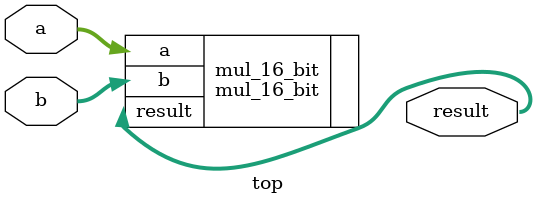
<source format=sv>
/* verilator lint_off UNUSED */
module top(
    input signed  [15:0] a, b,
    output signed [31:0] result
);

mul_16_bit mul_16_bit (
    .a(a),
    .b(b),
    .result(result)
);

endmodule

</source>
